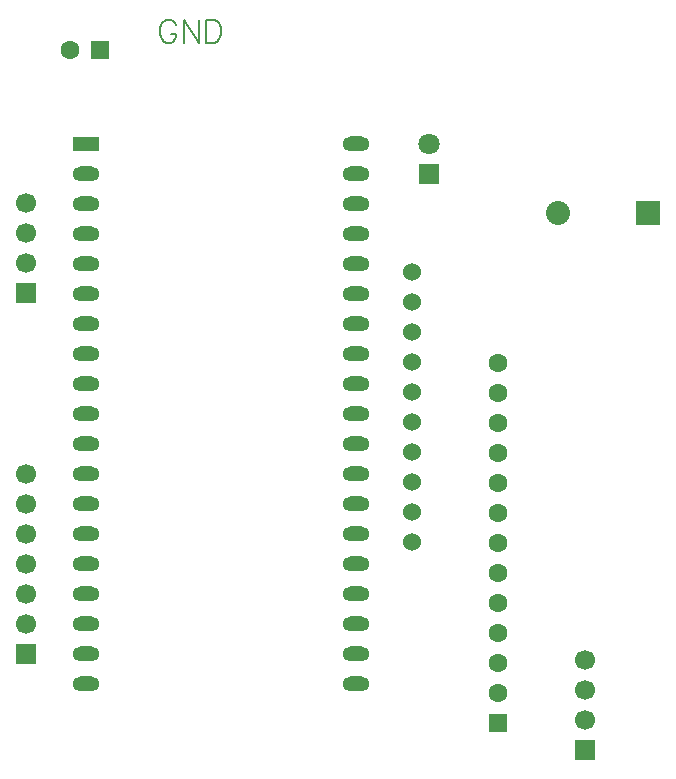
<source format=gtl>
G04 Layer: TopLayer*
G04 EasyEDA v6.5.23, 2023-06-09 13:35:16*
G04 Gerber Generator version 0.2*
G04 Scale: 100 percent, Rotated: No, Reflected: No *
G04 Dimensions in millimeters *
G04 leading zeros omitted , absolute positions ,4 integer and 5 decimal *
%FSLAX45Y45*%
%MOMM*%

%ADD10C,0.2032*%
%ADD11C,1.5240*%
%ADD12R,2.0320X2.0320*%
%ADD13C,2.0320*%
%ADD14R,2.2860X1.2700*%
%ADD15O,2.286X1.27*%
%ADD16C,1.6000*%
%ADD17R,1.6000X1.6000*%
%ADD18R,1.7000X1.7000*%
%ADD19C,1.7000*%
%ADD20R,1.8000X1.8000*%
%ADD21C,1.8000*%

%LPD*%
D10*
X1522729Y6813550D02*
G01*
X1513586Y6832092D01*
X1495044Y6850634D01*
X1476755Y6859778D01*
X1439671Y6859778D01*
X1421129Y6850634D01*
X1402842Y6832092D01*
X1393444Y6813550D01*
X1384300Y6785863D01*
X1384300Y6739889D01*
X1393444Y6711950D01*
X1402842Y6693662D01*
X1421129Y6675120D01*
X1439671Y6665976D01*
X1476755Y6665976D01*
X1495044Y6675120D01*
X1513586Y6693662D01*
X1522729Y6711950D01*
X1522729Y6739889D01*
X1476755Y6739889D02*
G01*
X1522729Y6739889D01*
X1583689Y6859778D02*
G01*
X1583689Y6665976D01*
X1583689Y6859778D02*
G01*
X1713229Y6665976D01*
X1713229Y6859778D02*
G01*
X1713229Y6665976D01*
X1774189Y6859778D02*
G01*
X1774189Y6665976D01*
X1774189Y6859778D02*
G01*
X1838705Y6859778D01*
X1866392Y6850634D01*
X1884934Y6832092D01*
X1894078Y6813550D01*
X1903476Y6785863D01*
X1903476Y6739889D01*
X1894078Y6711950D01*
X1884934Y6693662D01*
X1866392Y6675120D01*
X1838705Y6665976D01*
X1774189Y6665976D01*
D11*
G01*
X3519982Y2438984D03*
G01*
X3519982Y4724984D03*
G01*
X3519982Y4470984D03*
G01*
X3519982Y4216984D03*
G01*
X3519982Y3962984D03*
G01*
X3519982Y3708984D03*
G01*
X3519982Y3454984D03*
G01*
X3519982Y3200984D03*
G01*
X3519982Y2946984D03*
G01*
X3519982Y2692984D03*
D12*
G01*
X5511800Y5219700D03*
D13*
G01*
X4750790Y5219700D03*
D14*
G01*
X756996Y5808979D03*
D15*
G01*
X756996Y5554979D03*
G01*
X756996Y5300979D03*
G01*
X756996Y5046979D03*
G01*
X756996Y4792979D03*
G01*
X756996Y4538979D03*
G01*
X756996Y4284979D03*
G01*
X756996Y4030979D03*
G01*
X756996Y3776979D03*
G01*
X756996Y3522979D03*
G01*
X756996Y3268979D03*
G01*
X756996Y3014979D03*
G01*
X756996Y2760979D03*
G01*
X756996Y2506979D03*
G01*
X756996Y2252979D03*
G01*
X756996Y1998979D03*
G01*
X756996Y1744979D03*
G01*
X756996Y1490979D03*
G01*
X756996Y1236979D03*
G01*
X3042996Y1236979D03*
G01*
X3042996Y1490979D03*
G01*
X3042996Y1744979D03*
G01*
X3042996Y1998979D03*
G01*
X3042996Y2252979D03*
G01*
X3042996Y2506979D03*
G01*
X3042996Y2760979D03*
G01*
X3042996Y3014979D03*
G01*
X3042996Y3268979D03*
G01*
X3042996Y3522979D03*
G01*
X3042996Y3776979D03*
G01*
X3042996Y4030979D03*
G01*
X3042996Y4284979D03*
G01*
X3042996Y4538979D03*
G01*
X3042996Y4792979D03*
G01*
X3042996Y5046979D03*
G01*
X3042996Y5300979D03*
G01*
X3042996Y5554979D03*
G01*
X3042996Y5808979D03*
D16*
G01*
X624306Y6604000D03*
D17*
G01*
X874293Y6604000D03*
D18*
G01*
X4978400Y673100D03*
D19*
G01*
X4978425Y927100D03*
G01*
X4978425Y1181100D03*
G01*
X4978425Y1435100D03*
D17*
G01*
X4241800Y901700D03*
D16*
G01*
X4241800Y1155700D03*
G01*
X4241800Y1409700D03*
G01*
X4241800Y1663700D03*
G01*
X4241800Y1917700D03*
G01*
X4241800Y2171700D03*
G01*
X4241800Y2425700D03*
G01*
X4241800Y2679700D03*
G01*
X4241800Y2933700D03*
G01*
X4241800Y3187700D03*
G01*
X4241800Y3441700D03*
G01*
X4241800Y3695700D03*
G01*
X4241800Y3949700D03*
D20*
G01*
X3657600Y5552998D03*
D21*
G01*
X3657600Y5806998D03*
D18*
G01*
X249986Y1487995D03*
D19*
G01*
X250012Y1741995D03*
G01*
X250012Y1995995D03*
G01*
X250012Y2249995D03*
G01*
X250012Y2503995D03*
G01*
X250012Y2757995D03*
G01*
X250012Y3011995D03*
D18*
G01*
X249986Y4543988D03*
D19*
G01*
X250012Y4797988D03*
G01*
X250012Y5051988D03*
G01*
X250012Y5305988D03*
M02*

</source>
